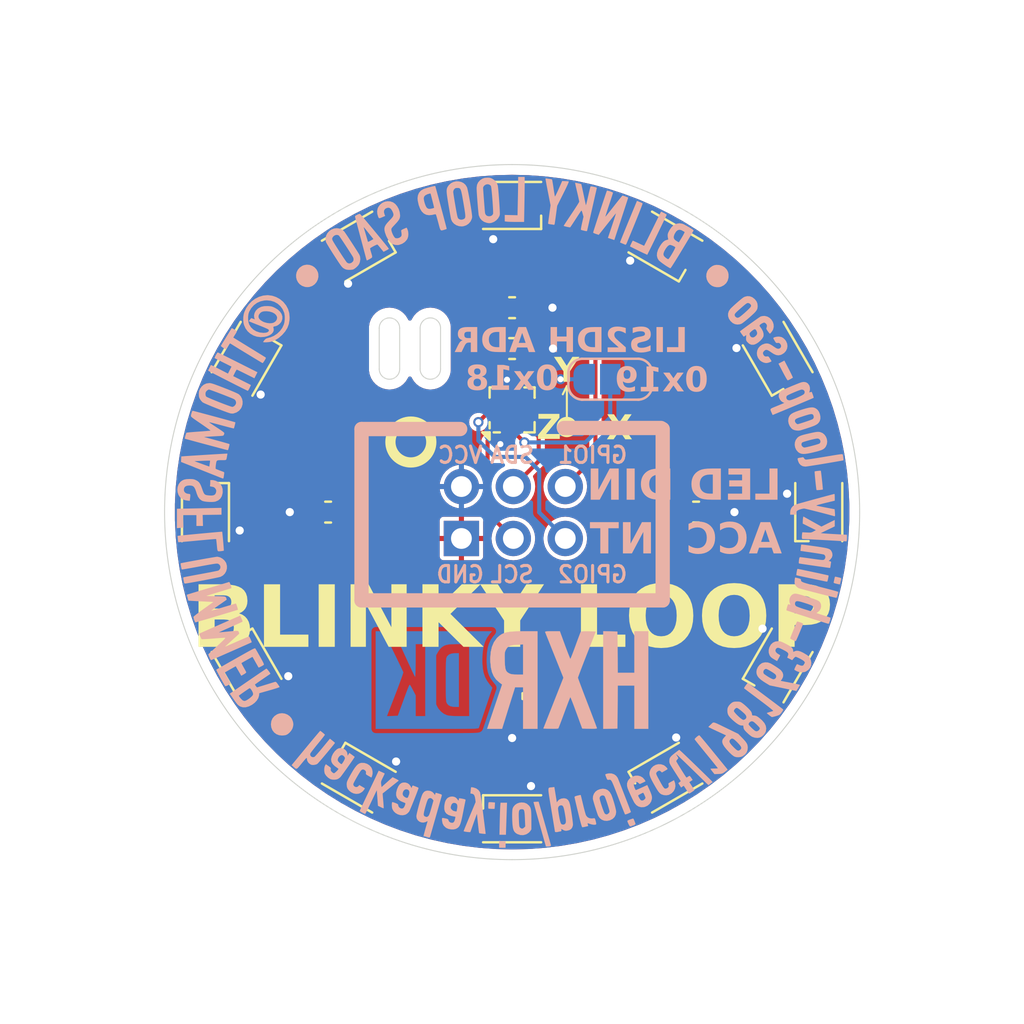
<source format=kicad_pcb>
(kicad_pcb (version 20240819) (generator "pcbnew") (generator_version "8.99")
  (title_block (title "BlinkyLoop SAO") (date "2024-09-15") (rev "1.0") (company "HXR.DK"))
  (layers (0 "F.Cu" signal) (2 "B.Cu" signal) (13 "F.Paste" user) (15 "B.Paste" user) (5 "F.SilkS" user "F.Silkscreen") (7 "B.SilkS" user "B.Silkscreen") (1 "F.Mask" user) (3 "B.Mask" user) (25 "Edge.Cuts" user))
  (net 0 "")
  (net 1 "GND")
  (net 2 "VCC")
  (net 3 "LED_CONTROL")
  (net 4 "Net-(D1-DOUT)")
  (net 5 "Net-(D2-DOUT)")
  (net 6 "Net-(D3-DOUT)")
  (net 7 "Net-(D4-DOUT)")
  (net 8 "Net-(D5-DOUT)")
  (net 9 "Net-(D6-DOUT)")
  (net 10 "Net-(D7-DOUT)")
  (net 11 "Net-(D8-DOUT)")
  (net 12 "Net-(D10-DIN)")
  (net 13 "Net-(D10-DOUT)")
  (net 14 "Net-(D11-DOUT)")
  (net 15 "/12 WS2812/DOUT")
  (net 16 "SCL")
  (net 17 "ACC_INT")
  (net 18 "SDA")
  (net 19 "/LIS2DH/INT2")
  (net 20 "Net-(JP1-C)")
  (footprint "LED_SMD:LED_WS2812B-2020_PLCC4_2.0x2.0mm" (layer "F.Cu") (at 87.01 92.5 -120)
    (property "Reference" "D10")
    (property "Value" "WS2812B-2020" (hide yes))
    (pad "1" smd rect (at -0.914999 -0.549999 240) (size 0.7 0.7) (layers "F.Cu" "F.Mask" "F.Paste") (net 13 "Net-(D10-DOUT)"))
    (pad "2" smd rect (at -0.915002 0.550001 240) (size 0.7 0.7) (layers "F.Cu" "F.Mask" "F.Paste") (net 1 "GND"))
    (pad "3" smd rect (at 0.914999 0.549999 240) (size 0.7 0.7) (layers "F.Cu" "F.Mask" "F.Paste") (net 12 "Net-(D10-DIN)"))
    (pad "4" smd rect (at 0.915002 -0.550001 240) (size 0.7 0.7) (layers "F.Cu" "F.Mask" "F.Paste") (net 2 "VCC"))
  )
  (footprint "LED_SMD:LED_WS2812B-2020_PLCC4_2.0x2.0mm" (layer "F.Cu") (at 100 85 180)
    (property "Reference" "D12")
    (property "Value" "WS2812B-2020" (hide yes))
    (pad "1" smd rect (at -0.915 -0.55 180) (size 0.7 0.7) (layers "F.Cu" "F.Mask" "F.Paste") (net 15 "/12 WS2812/DOUT"))
    (pad "2" smd rect (at -0.915 0.55 180) (size 0.7 0.7) (layers "F.Cu" "F.Mask" "F.Paste") (net 1 "GND"))
    (pad "3" smd rect (at 0.915 0.55 180) (size 0.7 0.7) (layers "F.Cu" "F.Mask" "F.Paste") (net 14 "Net-(D11-DOUT)"))
    (pad "4" smd rect (at 0.915 -0.55 180) (size 0.7 0.7) (layers "F.Cu" "F.Mask" "F.Paste") (net 2 "VCC"))
  )
  (footprint "Capacitor_SMD:C_0603_1608Metric" (layer "F.Cu") (at 100 90 180)
    (property "Reference" "C1")
    (property "Value" "10uF")
    (pad "1" smd roundrect (at -0.775001 0 180) (size 0.9 0.95) (layers "F.Cu" "F.Mask" "F.Paste") (net 2 "VCC"))
    (pad "2" smd roundrect (at 0.775001 0 180) (size 0.9 0.95) (layers "F.Cu" "F.Mask" "F.Paste") (net 1 "GND"))
  )
  (footprint "Capacitor_SMD:C_0603_1608Metric" (layer "F.Cu") (at 91 100)
    (property "Reference" "C5")
    (property "Value" "100nF")
    (pad "1" smd roundrect (at -0.775 0) (size 0.9 0.95) (layers "F.Cu" "F.Mask" "F.Paste") (net 2 "VCC"))
    (pad "2" smd roundrect (at 0.775 0) (size 0.9 0.95) (layers "F.Cu" "F.Mask" "F.Paste") (net 1 "GND"))
  )
  (footprint "Capacitor_SMD:C_0603_1608Metric" (layer "F.Cu") (at 100 92 180)
    (property "Reference" "C2")
    (property "Value" "100nF")
    (pad "1" smd roundrect (at -0.775001 0 180) (size 0.9 0.95) (layers "F.Cu" "F.Mask" "F.Paste") (net 2 "VCC"))
    (pad "2" smd roundrect (at 0.775001 0 180) (size 0.9 0.95) (layers "F.Cu" "F.Mask" "F.Paste") (net 1 "GND"))
  )
  (footprint "LED_SMD:LED_WS2812B-2020_PLCC4_2.0x2.0mm" (layer "F.Cu") (at 100 115)
    (property "Reference" "D6")
    (property "Value" "WS2812B-2020" (hide yes))
    (pad "1" smd rect (at -0.915 -0.55) (size 0.7 0.7) (layers "F.Cu" "F.Mask" "F.Paste") (net 9 "Net-(D6-DOUT)"))
    (pad "2" smd rect (at -0.915 0.55) (size 0.7 0.7) (layers "F.Cu" "F.Mask" "F.Paste") (net 1 "GND"))
    (pad "3" smd rect (at 0.915 0.55) (size 0.7 0.7) (layers "F.Cu" "F.Mask" "F.Paste") (net 8 "Net-(D5-DOUT)"))
    (pad "4" smd rect (at 0.915 -0.55) (size 0.7 0.7) (layers "F.Cu" "F.Mask" "F.Paste") (net 2 "VCC"))
  )
  (footprint "LED_SMD:LED_WS2812B-2020_PLCC4_2.0x2.0mm" (layer "F.Cu") (at 112.99 107.5 60)
    (property "Reference" "D4")
    (property "Value" "WS2812B-2020" (hide yes))
    (pad "1" smd rect (at -0.915 -0.550001 60) (size 0.7 0.7) (layers "F.Cu" "F.Mask" "F.Paste") (net 7 "Net-(D4-DOUT)"))
    (pad "2" smd rect (at -0.915 0.55 60) (size 0.7 0.7) (layers "F.Cu" "F.Mask" "F.Paste") (net 1 "GND"))
    (pad "3" smd rect (at 0.915 0.550001 60) (size 0.7 0.7) (layers "F.Cu" "F.Mask" "F.Paste") (net 6 "Net-(D3-DOUT)"))
    (pad "4" smd rect (at 0.915 -0.55 60) (size 0.7 0.7) (layers "F.Cu" "F.Mask" "F.Paste") (net 2 "VCC"))
  )
  (footprint "LED_SMD:LED_WS2812B-2020_PLCC4_2.0x2.0mm" (layer "F.Cu") (at 112.99 92.5 120)
    (property "Reference" "D2")
    (property "Value" "WS2812B-2020" (hide yes))
    (pad "1" smd rect (at -0.915002 -0.550001 120) (size 0.7 0.7) (layers "F.Cu" "F.Mask" "F.Paste") (net 5 "Net-(D2-DOUT)"))
    (pad "2" smd rect (at -0.914999 0.549999 120) (size 0.7 0.7) (layers "F.Cu" "F.Mask" "F.Paste") (net 1 "GND"))
    (pad "3" smd rect (at 0.915002 0.550001 120) (size 0.7 0.7) (layers "F.Cu" "F.Mask" "F.Paste") (net 4 "Net-(D1-DOUT)"))
    (pad "4" smd rect (at 0.914999 -0.549999 120) (size 0.7 0.7) (layers "F.Cu" "F.Mask" "F.Paste") (net 2 "VCC"))
  )
  (footprint "LED_SMD:LED_WS2812B-2020_PLCC4_2.0x2.0mm" (layer "F.Cu") (at 115 100 90)
    (property "Reference" "D3")
    (property "Value" "WS2812B-2020" (hide yes))
    (pad "1" smd rect (at -0.915 -0.55 90) (size 0.7 0.7) (layers "F.Cu" "F.Mask" "F.Paste") (net 6 "Net-(D3-DOUT)"))
    (pad "2" smd rect (at -0.915 0.55 90) (size 0.7 0.7) (layers "F.Cu" "F.Mask" "F.Paste") (net 1 "GND"))
    (pad "3" smd rect (at 0.915 0.55 90) (size 0.7 0.7) (layers "F.Cu" "F.Mask" "F.Paste") (net 5 "Net-(D2-DOUT)"))
    (pad "4" smd rect (at 0.915 -0.55 90) (size 0.7 0.7) (layers "F.Cu" "F.Mask" "F.Paste") (net 2 "VCC"))
  )
  (footprint "badgelife_sao_v169bis:Badgelife-SAOv169-SAO-2x3" (layer "F.Cu") (at 100 100)
    (property "Reference" "X1" (hide yes))
    (property "Value" "Badgelife_sao_connector_v169bis" (hide yes))
    (fp_text user "GPIO2" (at 3.937 3.048 0) (layer "B.SilkS") (effects (font (size 0.8 0.75)) (justify mirror)))
    (fp_text user "SDA" (at 0 -2.794 0) (layer "B.SilkS") (effects (font (size 0.8 0.75)) (justify mirror)))
    (fp_text user "VCC" (at -2.54 -2.794 0) (layer "B.SilkS") (effects (font (size 0.8 0.75)) (justify mirror)))
    (fp_text user "SCL" (at 0 3.048 0) (layer "B.SilkS") (effects (font (size 0.8 0.75)) (justify mirror)))
    (fp_text user "GND" (at -2.54 3.048 0) (layer "B.SilkS") (effects (font (size 0.8 0.75)) (justify mirror)))
    (fp_text user "GPIO1" (at 3.937 -2.794 0) (layer "B.SilkS") (effects (font (size 0.8 0.75)) (justify mirror)))
    (pad "1" thru_hole oval (at -2.48 -1.25 270) (size 1.7272 1.7272) (drill 1.016) (layers "*.Cu" "*.Mask") (net 2 "VCC"))
    (pad "2" thru_hole rect (at -2.48 1.29 270) (size 1.7272 1.7272) (drill 1.016) (layers "*.Cu" "*.Mask") (net 1 "GND"))
    (pad "3" thru_hole oval (at 0.06 -1.25 270) (size 1.7272 1.7272) (drill 1.016) (layers "*.Cu" "*.Mask") (net 18 "SDA"))
    (pad "4" thru_hole oval (at 0.06 1.29 270) (size 1.7272 1.7272) (drill 1.016) (layers "*.Cu" "*.Mask") (net 16 "SCL"))
    (pad "5" thru_hole circle (at 2.6 -1.25 270) (size 1.7272 1.7272) (drill 1.016) (layers "*.Cu" "*.Mask") (net 3 "LED_CONTROL"))
    (pad "6" thru_hole circle (at 2.6 1.29 270) (size 1.7272 1.7272) (drill 1.016) (layers "*.Cu" "*.Mask") (net 17 "ACC_INT"))
  )
  (footprint "LED_SMD:LED_WS2812B-2020_PLCC4_2.0x2.0mm" (layer "F.Cu") (at 107.5 112.99 30)
    (property "Reference" "D5")
    (property "Value" "WS2812B-2020" (hide yes))
    (pad "1" smd rect (at -0.915001 -0.55 30) (size 0.7 0.7) (layers "F.Cu" "F.Mask" "F.Paste") (net 8 "Net-(D5-DOUT)"))
    (pad "2" smd rect (at -0.915 0.55 30) (size 0.7 0.7) (layers "F.Cu" "F.Mask" "F.Paste") (net 1 "GND"))
    (pad "3" smd rect (at 0.915001 0.55 30) (size 0.7 0.7) (layers "F.Cu" "F.Mask" "F.Paste") (net 7 "Net-(D4-DOUT)"))
    (pad "4" smd rect (at 0.915 -0.55 30) (size 0.7 0.7) (layers "F.Cu" "F.Mask" "F.Paste") (net 2 "VCC"))
  )
  (footprint "Capacitor_SMD:C_0603_1608Metric" (layer "F.Cu") (at 109 100 180)
    (property "Reference" "C3")
    (property "Value" "100nF")
    (pad "1" smd roundrect (at -0.775001 0 180) (size 0.9 0.95) (layers "F.Cu" "F.Mask" "F.Paste") (net 2 "VCC"))
    (pad "2" smd roundrect (at 0.775001 0 180) (size 0.9 0.95) (layers "F.Cu" "F.Mask" "F.Paste") (net 1 "GND"))
  )
  (footprint "LED_SMD:LED_WS2812B-2020_PLCC4_2.0x2.0mm" (layer "F.Cu") (at 87.01 107.5 -60)
    (property "Reference" "D8")
    (property "Value" "WS2812B-2020" (hide yes))
    (pad "1" smd rect (at -0.915 -0.55 300) (size 0.7 0.7) (layers "F.Cu" "F.Mask" "F.Paste") (net 11 "Net-(D8-DOUT)"))
    (pad "2" smd rect (at -0.914999 0.550001 300) (size 0.7 0.7) (layers "F.Cu" "F.Mask" "F.Paste") (net 1 "GND"))
    (pad "3" smd rect (at 0.915 0.55 300) (size 0.7 0.7) (layers "F.Cu" "F.Mask" "F.Paste") (net 10 "Net-(D7-DOUT)"))
    (pad "4" smd rect (at 0.914999 -0.550001 300) (size 0.7 0.7) (layers "F.Cu" "F.Mask" "F.Paste") (net 2 "VCC"))
  )
  (footprint "LED_SMD:LED_WS2812B-2020_PLCC4_2.0x2.0mm" (layer "F.Cu") (at 92.5 112.99 -30)
    (property "Reference" "D7")
    (property "Value" "WS2812B-2020" (hide yes))
    (pad "1" smd rect (at -0.915 -0.55 330) (size 0.7 0.7) (layers "F.Cu" "F.Mask" "F.Paste") (net 10 "Net-(D7-DOUT)"))
    (pad "2" smd rect (at -0.915001 0.55 330) (size 0.7 0.7) (layers "F.Cu" "F.Mask" "F.Paste") (net 1 "GND"))
    (pad "3" smd rect (at 0.915 0.55 330) (size 0.7 0.7) (layers "F.Cu" "F.Mask" "F.Paste") (net 9 "Net-(D6-DOUT)"))
    (pad "4" smd rect (at 0.915001 -0.55 330) (size 0.7 0.7) (layers "F.Cu" "F.Mask" "F.Paste") (net 2 "VCC"))
  )
  (footprint "Capacitor_SMD:C_0603_1608Metric" (layer "F.Cu") (at 100 109 90)
    (property "Reference" "C4")
    (property "Value" "100nF")
    (pad "1" smd roundrect (at -0.775001 0 90) (size 0.9 0.95) (layers "F.Cu" "F.Mask" "F.Paste") (net 2 "VCC"))
    (pad "2" smd roundrect (at 0.775001 0 90) (size 0.9 0.95) (layers "F.Cu" "F.Mask" "F.Paste") (net 1 "GND"))
  )
  (footprint "LED_SMD:LED_WS2812B-2020_PLCC4_2.0x2.0mm" (layer "F.Cu") (at 107.5 87.01 150)
    (property "Reference" "D1")
    (property "Value" "WS2812B-2020" (hide yes))
    (pad "1" smd rect (at -0.915001 -0.550001 150) (size 0.7 0.7) (layers "F.Cu" "F.Mask" "F.Paste") (net 4 "Net-(D1-DOUT)"))
    (pad "2" smd rect (at -0.914998 0.549999 150) (size 0.7 0.7) (layers "F.Cu" "F.Mask" "F.Paste") (net 1 "GND"))
    (pad "3" smd rect (at 0.915001 0.550001 150) (size 0.7 0.7) (layers "F.Cu" "F.Mask" "F.Paste") (net 3 "LED_CONTROL"))
    (pad "4" smd rect (at 0.914998 -0.549999 150) (size 0.7 0.7) (layers "F.Cu" "F.Mask" "F.Paste") (net 2 "VCC"))
  )
  (footprint "Package_LGA:LGA-12_2x2mm_P0.5mm" (layer "F.Cu") (at 100 95 90)
    (property "Reference" "U1")
    (property "Value" "LIS2Dx12")
    (pad "1" smd rect (at -0.762501 -0.750001 90) (size 0.375 0.35) (layers "F.Cu" "F.Mask" "F.Paste") (net 16 "SCL"))
    (pad "2" smd rect (at -0.762498 -0.249999 90) (size 0.375 0.35) (layers "F.Cu" "F.Mask" "F.Paste") (net 2 "VCC"))
    (pad "3" smd rect (at -0.7625 0.249999 90) (size 0.375 0.35) (layers "F.Cu" "F.Mask" "F.Paste") (net 20 "Net-(JP1-C)"))
    (pad "4" smd rect (at -0.762499 0.750001 90) (size 0.375 0.35) (layers "F.Cu" "F.Mask" "F.Paste") (net 18 "SDA"))
    (pad "5" smd rect (at -0.249999 0.762498 180) (size 0.375 0.35) (layers "F.Cu" "F.Mask" "F.Paste") (net 1 "GND"))
    (pad "6" smd rect (at 0.249999 0.7625 180) (size 0.375 0.35) (layers "F.Cu" "F.Mask" "F.Paste") (net 1 "GND"))
    (pad "7" smd rect (at 0.762501 0.750001 90) (size 0.375 0.35) (layers "F.Cu" "F.Mask" "F.Paste") (net 1 "GND"))
    (pad "8" smd rect (at 0.762498 0.249999 90) (size 0.375 0.35) (layers "F.Cu" "F.Mask" "F.Paste") (net 1 "GND"))
    (pad "9" smd rect (at 0.7625 -0.249999 90) (size 0.375 0.35) (layers "F.Cu" "F.Mask" "F.Paste") (net 2 "VCC"))
    (pad "10" smd rect (at 0.762499 -0.750001 90) (size 0.375 0.35) (layers "F.Cu" "F.Mask" "F.Paste") (net 2 "VCC"))
    (pad "11" smd rect (at 0.249999 -0.762498 180) (size 0.375 0.35) (layers "F.Cu" "F.Mask" "F.Paste") (net 19 "/LIS2DH/INT2"))
    (pad "12" smd rect (at -0.249999 -0.7625 180) (size 0.375 0.35) (layers "F.Cu" "F.Mask" "F.Paste") (net 17 "ACC_INT"))
  )
  (footprint "LED_SMD:LED_WS2812B-2020_PLCC4_2.0x2.0mm" (layer "F.Cu") (at 85 100 -90)
    (property "Reference" "D9")
    (property "Value" "WS2812B-2020" (hide yes))
    (pad "1" smd rect (at -0.915 -0.55 270) (size 0.7 0.7) (layers "F.Cu" "F.Mask" "F.Paste") (net 12 "Net-(D10-DIN)"))
    (pad "2" smd rect (at -0.915 0.55 270) (size 0.7 0.7) (layers "F.Cu" "F.Mask" "F.Paste") (net 1 "GND"))
    (pad "3" smd rect (at 0.915 0.55 270) (size 0.7 0.7) (layers "F.Cu" "F.Mask" "F.Paste") (net 11 "Net-(D8-DOUT)"))
    (pad "4" smd rect (at 0.915 -0.55 270) (size 0.7 0.7) (layers "F.Cu" "F.Mask" "F.Paste") (net 2 "VCC"))
  )
  (footprint "LED_SMD:LED_WS2812B-2020_PLCC4_2.0x2.0mm" (layer "F.Cu") (at 92.5 87.01 -150)
    (property "Reference" "D11")
    (property "Value" "WS2812B-2020" (hide yes))
    (pad "1" smd rect (at -0.914999 -0.549999 210) (size 0.7 0.7) (layers "F.Cu" "F.Mask" "F.Paste") (net 14 "Net-(D11-DOUT)"))
    (pad "2" smd rect (at -0.914998 0.550001 210) (size 0.7 0.7) (layers "F.Cu" "F.Mask" "F.Paste") (net 1 "GND"))
    (pad "3" smd rect (at 0.914999 0.549999 210) (size 0.7 0.7) (layers "F.Cu" "F.Mask" "F.Paste") (net 13 "Net-(D10-DOUT)"))
    (pad "4" smd rect (at 0.914998 -0.550001 210) (size 0.7 0.7) (layers "F.Cu" "F.Mask" "F.Paste") (net 2 "VCC"))
  )
  (footprint "LOGO" (layer "B.Cu") (at 100 100 180)
    (property "Reference" "G***" (hide yes))
    (property "Value" "LOGO" (hide yes))
  )
  (footprint "Jumper:SolderJumper-3_P1.3mm_Bridged12_RoundedPad1.0x1.5mm_NumberLabels" (layer "B.Cu") (at 104.8 93.5 180)
    (property "Reference" "JP1" (hide yes))
    (property "Value" "SolderJumper_3_Bridged12")
    (fp_poly (pts (xy -0.9 0.3) (xy -0.4 0.3) (xy -0.4 -0.3) (xy -0.9 -0.3)) (fill solid) (layer "B.Cu"))
    (pad "1" smd custom (at -1.3 0 180) (size 1 0.5) (layers "B.Cu" "B.Mask") (net 2 "VCC") (options (clearance outline) (anchor rect)) (primitives (gr_poly (pts (xy 0.55 -0.75) (xy 0 -0.75) (xy 0 0.75) (xy 0.55 0.75)) (width 0) (fill yes)) (gr_circle (center 0 -0.25) (end 0.5 -0.25) (width 0) (fill yes)) (gr_circle (center 0 0.25) (end 0.5 0.25) (width 0) (fill yes))))
    (pad "2" smd rect (at 0 0 180) (size 1 1.5) (layers "B.Cu" "B.Mask") (net 20 "Net-(JP1-C)"))
    (pad "3" smd custom (at 1.3 0 180) (size 1 0.5) (layers "B.Cu" "B.Mask") (net 1 "GND") (options (clearance outline) (anchor rect)) (primitives (gr_circle (center 0 -0.25) (end 0.5 -0.25) (width 0) (fill yes)) (gr_circle (center 0 0.25) (end 0.5 0.25) (width 0) (fill yes)) (gr_poly (pts (xy 0 -0.75) (xy -0.55 -0.75) (xy -0.55 0.75) (xy 0 0.75)) (width 0) (fill yes))))
  )
  (footprint "Aesthetics:HXR_logo_small" (layer "B.Cu") (at 100 108.199999 180)
    (property "Reference" "G***" (hide yes))
    (property "Value" "LOGO" (hide yes))
    (fp_poly (pts (xy 2.949585 1.280696) (xy 3.079377 1.233957) (xy 3.168702 1.154159) (xy 3.189136 1.121765) (xy 3.202509 1.09346) (xy 3.213349 1.058634) (xy 3.221917 1.011454) (xy 3.228477 0.946087) (xy 3.233291 0.856697) (xy 3.236623 0.737451) (xy 3.238734 0.582516) (xy 3.239888 0.386057) (xy 3.240348 0.142241) (xy 3.2404 -0.016402) (xy 3.24028 -0.287395) (xy 3.239724 -0.507829) (xy 3.238433 -0.683586) (xy 3.236109 -0.820553) (xy 3.232455 -0.924613) (xy 3.227172 -1.001651) (xy 3.219964 -1.057551) (xy 3.210532 -1.098198) (xy 3.198579 -1.129475) (xy 3.183807 -1.157268) (xy 3.182562 -1.159402) (xy 3.11173 -1.242548) (xy 3.009897 -1.295803) (xy 2.868782 -1.322513) (xy 2.767677 -1.327143) (xy 2.6054 -1.328736) (xy 2.6054 1.295931) (xy 2.775639 1.295931) (xy 2.949585 1.280696)) (stroke (width 0.01)) (fill solid) (layer "B.Cu"))
    (fp_poly (pts (xy 6.6694 -2.40118) (xy 4.160641 -2.40118) (xy 3.726404 -2.401132) (xy 3.345147 -2.400943) (xy 3.013403 -2.400546) (xy 2.727708 -2.399873) (xy 2.484597 -2.398855) (xy 2.280604 -2.397426) (xy 2.112264 -2.395518) (xy 1.976112 -2.393063) (xy 1.868683 -2.389993) (xy 1.786511 -2.386241) (xy 1.726131 -2.381739) (xy 1.684079 -2.376419) (xy 1.656888 -2.370214) (xy 1.641094 -2.363057) (xy 1.633232 -2.354878) (xy 1.631725 -2.351791) (xy 1.618298 -2.314294) (xy 1.589111 -2.229697) (xy 1.546341 -2.104415) (xy 1.492169 -1.944867) (xy 1.428773 -1.757468) (xy 1.358333 -1.548636) (xy 1.290597 -1.347314) (xy 0.969627 -0.392225) (xy 1.100376 -0.232536) (xy 1.229753 -0.053944) (xy 1.327035 0.131045) (xy 1.395285 0.332831) (xy 1.437565 0.561815) (xy 1.456936 0.828398) (xy 1.458971 0.985487) (xy 1.444884 1.313368) (xy 1.40363 1.596987) (xy 1.3606 1.747487) (xy 2.0974 1.747487) (xy 2.0974 -1.780291) (xy 2.572055 -1.780291) (xy 2.78923 -1.778126) (xy 2.957434 -1.771295) (xy 3.08399 -1.759299) (xy 3.176217 -1.741636) (xy 3.188822 -1.738089) (xy 3.340672 -1.668108) (xy 3.484588 -1.557166) (xy 3.603526 -1.420003) (xy 3.653299 -1.336366) (xy 3.720177 -1.201736) (xy 3.720177 1.197153) (xy 3.63646 1.348299) (xy 3.572474 1.447124) (xy 3.498429 1.537961) (xy 3.454596 1.580345) (xy 3.379447 1.636131) (xy 3.301223 1.678261) (xy 3.21068 1.708546) (xy 3.098572 1.728794) (xy 2.955655 1.740813) (xy 2.772687 1.746412) (xy 2.600372 1.747487) (xy 4.242289 1.747487) (xy 4.242289 -1.780291) (xy 4.722066 -1.780291) (xy 4.722066 -0.758799) (xy 4.836129 -0.539556) (xy 4.892355 -0.433732) (xy 4.942792 -0.342777) (xy 4.978981 -0.281816) (xy 4.986587 -0.27054) (xy 4.995669 -0.258813) (xy 5.004674 -0.253113) (xy 5.015402 -0.257779) (xy 5.029651 -0.27715) (xy 5.049222 -0.315566) (xy 5.075913 -0.377366) (xy 5.111524 -0.46689) (xy 5.157854 -0.588475) (xy 5.216703 -0.746463) (xy 5.289871 -0.945191) (xy 5.379155 -1.189) (xy 5.466355 -1.427513) (xy 5.590156 -1.76618) (xy 6.127266 -1.782264) (xy 5.72 -0.73) (xy 5.631145 -0.498648) (xy 5.549565 -0.2828) (xy 5.477376 -0.088314) (xy 5.416692 0.078952) (xy 5.369631 0.213141) (xy 5.338307 0.308395) (xy 5.324837 0.358856) (xy 5.324645 0.364598) (xy 5.339805 0.400522) (xy 5.376392 0.479971) (xy 5.431005 0.59578) (xy 5.500242 0.740784) (xy 5.580703 0.907816) (xy 5.662897 1.077209) (xy 5.989237 1.747487) (xy 5.493735 1.747487) (xy 5.131844 0.956286) (xy 5.041357 0.759631) (xy 4.957602 0.579846) (xy 4.883622 0.423293) (xy 4.822464 0.296334) (xy 4.777173 0.205328) (xy 4.750792 0.156637) (xy 4.74601 0.150287) (xy 4.739881 0.173434) (xy 4.734331 0.246127) (xy 4.72957 0.361467) (xy 4.725807 0.512557) (xy 4.72325 0.692497) (xy 4.722107 0.894391) (xy 4.722066 0.941488) (xy 4.722066 1.747487) (xy 4.242289 1.747487) (xy 2.600372 1.747487) (xy 2.0974 1.747487) (xy 1.3606 1.747487) (xy 1.333437 1.84249) (xy 1.232536 2.056021) (xy 1.099155 2.243726) (xy 1.09514 2.248431) (xy 0.992335 2.368375) (xy 6.6694 2.368375) (xy 6.6694 -2.40118)) (stroke (width 0.01)) (fill solid) (layer "B.Cu"))
  )
  (gr_line (start 104.477788 96.036811) (end 104.877787 95.836809) (stroke (width 0.1)) (layer "F.SilkS"))
  (gr_line (start 102.477788 94.236809) (end 102.677788 93.836809) (stroke (width 0.1)) (layer "F.SilkS"))
  (gr_line (start 102.677788 93.836809) (end 102.877788 94.23681) (stroke (width 0.1)) (layer "F.SilkS"))
  (gr_line (start 104.477786 95.636812) (end 104.877787 95.836809) (stroke (width 0.1)) (layer "F.SilkS"))
  (gr_line (start 102.677787 95.389597) (end 102.677788 93.836809) (stroke (width 0.1)) (layer "F.SilkS"))
  (gr_circle (center 102.677787 95.836809) (end 102.677788 96.284025) (stroke (width 0.1)) (fill solid) (layer "F.SilkS"))
  (gr_line (start 103.125 95.83681) (end 104.877787 95.836809) (stroke (width 0.1)) (layer "F.SilkS"))
  (gr_arc (start 94.5 93.000004) (mid 93.999998 93.500002) (end 93.5 93) (stroke (width 0.05)) (layer "Edge.Cuts"))
  (gr_line (start 96.5 91.000002) (end 96.5 93.000002) (stroke (width 0.05)) (layer "Edge.Cuts"))
  (gr_arc (start 100 83) (mid 117 100) (end 100 117) (stroke (width 0.05)) (layer "Edge.Cuts"))
  (gr_arc (start 96.5 93.000002) (mid 95.999998 93.5) (end 95.5 92.999998) (stroke (width 0.05)) (layer "Edge.Cuts"))
  (gr_arc (start 100 117) (mid 83 100) (end 100 83) (stroke (width 0.05)) (layer "Edge.Cuts"))
  (gr_arc (start 95.5 90.999998) (mid 96.000002 90.5) (end 96.5 91.000002) (stroke (width 0.05)) (layer "Edge.Cuts"))
  (gr_arc (start 93.5 91) (mid 94.000002 90.500002) (end 94.5 91.000004) (stroke (width 0.05)) (layer "Edge.Cuts"))
  (gr_line (start 94.5 91.000004) (end 94.5 93.000004) (stroke (width 0.05)) (layer "Edge.Cuts"))
  (gr_line (start 95.5 92.999998) (end 95.5 90.999998) (stroke (width 0.05)) (layer "Edge.Cuts"))
  (gr_line (start 93.5 93) (end 93.5 91) (stroke (width 0.05)) (layer "Edge.Cuts"))
  (gr_text "Y" (at 102.67 93.13 0) (layer "F.SilkS") (effects (font (size 1.2 1.2) (thickness 0.2) (bold yes))))
  (gr_text "X" (at 105.25 95.94 0) (layer "F.SilkS") (effects (font (size 1.2 1.2) (thickness 0.2) (bold yes))))
  (gr_text "BLINKY LOOP" (at 100 107.1 0) (layer "F.SilkS") (effects (font (size 3 3) (thickness 0.6) (bold yes)) (justify bottom)))
  (gr_text "Z" (at 101.8 95.92 0) (layer "F.SilkS") (effects (font (size 1.2 1.2) (thickness 0.2) (bold yes))))
  (gr_text "0x18" (at 102.3 94.225 0) (layer "B.SilkS") (effects (font (size 1.2 1.2) (thickness 0.2) (bold yes)) (justify left bottom mirror)))
  (gr_text "ACC INT" (at 113.2 102.275 0) (layer "B.SilkS") (effects (font (size 1.5 1.5) (thickness 0.3) (bold yes)) (justify left bottom mirror)))
  (gr_text "LED DIN" (at 113.175 99.65 0) (layer "B.SilkS") (effects (font (size 1.5 1.5) (thickness 0.3) (bold yes)) (justify left bottom mirror)))
  (gr_text "0x19" (at 109.6 94.3 0) (layer "B.SilkS") (effects (font (size 1.2 1.2) (thickness 0.2) (bold yes)) (justify left bottom mirror)))
  (gr_text "LIS2DH ADR" (at 108.6 92.375 0) (layer "B.SilkS") (effects (font (size 1.2 1.2) (thickness 0.3) (bold yes)) (justify left bottom mirror)))
  (via (at 102.37 93.5) (size 0.5) (drill 0.3) (layers "F.Cu" "B.Cu") (net 1))
  (segment (start 103.5 93.5) (end 102.5 93.5) (width 0.2) (layer "B.Cu") (net 1))
  (segment (start 112.971186 106.421186) (end 112.25 105.7) (width 0.5) (layer "F.Cu") (net 2))
  (segment (start 99.085 85.55) (end 99.085 86.64) (width 0.5) (layer "F.Cu") (net 2))
  (segment (start 100 112.475) (end 100.925 113.4) (width 0.5) (layer "F.Cu") (net 2))
  (segment (start 99.249999 94.237501) (end 99.249999 93.660001) (width 0.2) (layer "F.Cu") (net 2))
  (segment (start 113.465 99.085) (end 113.45 99.1) (width 0.5) (layer "F.Cu") (net 2))
  (segment (start 87.575 100) (end 86.675 100.9) (width 0.5) (layer "F.Cu") (net 2))
  (segment (start 100.915 114.45) (end 100.915 113.41) (width 0.5) (layer "F.Cu") (net 2))
  (segment (start 100 111.05) (end 100 112.475) (width 0.5) (layer "F.Cu") (net 2))
  (segment (start 110.982587 91.982587) (end 110.975 91.975) (width 0.5) (layer "F.Cu") (net 2))
  (segment (start 99.75 93.525) (end 100.775001 92.499999) (width 0.25) (layer "F.Cu") (net 2))
  (segment (start 108.017413 111.032587) (end 108.025 111.025) (width 0.5) (layer "F.Cu") (net 2))
  (segment (start 100.775001 92.499999) (end 100.775001 92) (width 0.25) (layer "F.Cu") (net 2))
  (segment (start 99.385 93.525) (end 99.75 93.525) (width 0.2) (layer "F.Cu") (net 2))
  (segment (start 89.042412 108.017412) (end 89.05 108.025) (width 0.5) (layer "F.Cu") (net 2))
  (segment (start 112.55 100) (end 113.45 99.1) (width 0.5) (layer "F.Cu") (net 2))
  (segment (start 112.971186 106.432587) (end 112.971186 106.421186) (width 0.5) (layer "F.Cu") (net 2))
  (segment (start 87.028814 93.567415) (end 87.028814 93.578814) (width 0.5) (layer "F.Cu") (net 2))
  (segment (start 91.982589 87.943814) (end 91.982589 88.817411) (width 0.5) (layer "F.Cu") (net 2))
  (segment (start 110.875 100) (end 112.55 100) (width 0.5) (layer "F.Cu") (net 2))
  (segment (start 87.028814 93.578814) (end 87.7 94.25) (width 0.5) (layer "F.Cu") (net 2))
  (segment (start 100.775001 92) (end 102 92) (width 0.5) (layer "F.Cu") (net 2))
  (segment (start 99.423909 96.673909) (end 99.750001 96.347817) (width 0.25) (layer "F.Cu") (net 2))
  (segment (start 109.775001 100) (end 110.875 100) (width 0.5) (layer "F.Cu") (net 2))
  (segment (start 99.750001 94.2375) (end 99.750001 93.525001) (width 0.2) (layer "F.Cu") (net 2))
  (segment (start 112.056187 91.982587) (end 110.982587 91.982587) (width 0.5) (layer "F.Cu") (net 2))
  (segment (start 100.915 113.41) (end 100.925 113.4) (width 0.5) (layer "F.Cu") (net 2))
  (segment (start 86.66 100.915) (end 86.675 100.9) (width 0.5) (layer "F.Cu") (net 2))
  (segment (start 106.432589 87.042411) (end 105.775 87.7) (width 0.5) (layer "F.Cu") (net 2))
  (segment (start 100 109.775001) (end 100 111.05) (width 0.5) (layer "F.Cu") (net 2))
  (segment (start 91.982589 88.817411) (end 91.975 88.825) (width 0.5) (layer "F.Cu") (net 2))
  (segment (start 93.567414 112.957586) (end 94.325 112.2) (width 0.5) (layer "F.Cu") (net 2))
  (segment (start 100.775001 90) (end 100.775001 92) (width 0.5) (layer "F.Cu") (net 2))
  (segment (start 93.567414 112.971186) (end 93.567414 112.957586) (width 0.5) (layer "F.Cu") (net 2))
  (segment (start 85.55 100.915) (end 86.66 100.915) (width 0.5) (layer "F.Cu") (net 2))
  (segment (start 100.775001 90) (end 101.975 90) (width 0.5) (layer "F.Cu") (net 2))
  (segment (start 106.432589 87.028814) (end 106.432589 87.042411) (width 0.5) (layer "F.Cu") (net 2))
  (segment (start 99.750001 96.347817) (end 99.750001 95.762498) (width 0.25) (layer "F.Cu") (net 2))
  (segment (start 114.45 99.085) (end 113.465 99.085) (width 0.5) (layer "F.Cu") (net 2))
  (segment (start 108.017413 112.056186) (end 108.017413 111.032587) (width 0.5) (layer "F.Cu") (net 2))
  (segment (start 99.249999 93.660001) (end 99.385 93.525) (width 0.2) (layer "F.Cu") (net 2))
  (segment (start 99.085 86.64) (end 99.075 86.65) (width 0.5) (layer "F.Cu") (net 2))
  (segment (start 99.750001 93.525001) (end 99.75 93.525) (width 0.2) (layer "F.Cu") (net 2))
  (segment (start 87.943814 108.017412) (end 89.042412 108.017412) (width 0.5) (layer "F.Cu") (net 2))
  (segment (start 90.225 100) (end 89.125 100) (width 0.5) (layer "F.Cu") (net 2))
  (segment (start 89.125 100) (end 87.575 100) (width 0.5) (layer "F.Cu") (net 2))
  (via (at 110.975 91.975) (size 0.6) (drill 0.4) (layers "F.Cu" "B.Cu") (net 2))
  (via (at 87.7 94.25) (size 0.6) (drill 0.4) (layers "F.Cu" "B.Cu") (net 2))
  (via (at 113.45 99.1) (size 0.6) (drill 0.4) (layers "F.Cu" "B.Cu") (net 2))
  (via (at 99.075 86.65) (size 0.6) (drill 0.4) (layers "F.Cu" "B.Cu") (net 2))
  (via (at 110.875 100) (size 0.6) (drill 0.4) (layers "F.Cu" "B.Cu") (net 2))
  (via (at 101.975 90) (size 0.6) (drill 0.4) (layers "F.Cu" "B.Cu") (net 2))
  (via (at 99.75 93.525) (size 0.5) (drill 0.3) (layers "F.Cu" "B.Cu") (net 2))
  (via (at 100.925 113.4) (size 0.6) (drill 0.4) (layers "F.Cu" "B.Cu") (net 2))
  (via (at 102 92) (size 0.6) (drill 0.4) (layers "F.Cu" "B.Cu") (net 2))
  (via (at 89.125 100) (size 0.6) (drill 0.4) (layers "F.Cu" "B.Cu") (net 2))
  (via (at 108.025 111.025) (size 0.6) (drill 0.4) (layers "F.Cu" "B.Cu") (net 2))
  (via (at 94.325 112.2) (size 0.6) (drill 0.4) (layers "F.Cu" "B.Cu") (net 2))
  (via (at 86.675 100.9) (size 0.6) (drill 0.4) (layers "F.Cu" "B.Cu") (net 2))
  (via (at 91.975 88.825) (size 0.6) (drill 0.4) (layers "F.Cu" "B.Cu") (net 2))
  (via (at 100 111.05) (size 0.6) (drill 0.4) (layers "F.Cu" "B.Cu") (net 2))
  (via (at 105.775 87.7) (size 0.6) (drill 0.4) (layers "F.Cu" "B.Cu") (net 2))
  (via (at 89.05 108.025) (size 0.6) (drill 0.4) (layers "F.Cu" "B.Cu") (net 2))
  (via (at 112.25 105.7) (size 0.6) (drill 0.4) (layers "F.Cu" "B.Cu") (net 2))
  (via (at 99.423909 96.673909) (size 0.5) (drill 0.3) (layers "F.Cu" "B.Cu") (net 2))
  (segment (start 104.075 97.275) (end 102.6 98.75) (width 0.2) (layer "F.Cu") (net 3))
  (segment (start 105.423815 86.076185) (end 104.075 87.425) (width 0.2) (layer "F.Cu") (net 3))
  (segment (start 104.075 87.425) (end 104.075 97.275) (width 0.2) (layer "F.Cu") (net 3))
  (segment (start 106.982586 86.076185) (end 105.423815 86.076185) (width 0.2) (layer "F.Cu") (net 3))
  (segment (start 113.008814 91.432585) (end 109.520044 87.943815) (width 0.2) (layer "F.Cu") (net 4))
  (segment (start 109.520044 87.943815) (end 108.017414 87.943815) (width 0.2) (layer "F.Cu") (net 4))
  (segment (start 112.971186 95.246186) (end 112.971186 93.567415) (width 0.2) (layer "F.Cu") (net 5))
  (segment (start 115.55 97.825) (end 112.971186 95.246186) (width 0.2) (layer "F.Cu") (net 5))
  (segment (start 115.55 99.085) (end 115.55 97.825) (width 0.2) (layer "F.Cu") (net 5))
  (segment (start 113.923815 106.982587) (end 113.923815 104.176185) (width 0.2) (layer "F.Cu") (net 6))
  (segment (start 114.45 103.65) (end 114.45 100.915) (width 0.2) (layer "F.Cu") (net 6))
  (segment (start 113.923815 104.176185) (end 114.45 103.65) (width 0.2) (layer "F.Cu") (net 6))
  (segment (start 112.056185 109.520043) (end 112.056185 108.017413) (width 0.2) (layer "F.Cu") (net 7))
  (segment (start 108.567414 113.008814) (end 112.056185 109.520043) (width 0.2) (layer "F.Cu") (net 7))
  (segment (start 105.003814 112.971186) (end 106.432586 112.971186) (width 0.2) (layer "F.Cu") (net 8))
  (segment (start 100.915 115.55) (end 102.425 115.55) (width 0.2) (layer "F.Cu") (net 8))
  (segment (start 102.425 115.55) (end 105.003814 112.971186) (width 0.2) (layer "F.Cu") (net 8))
  (segment (start 96.475 114.45) (end 99.085 114.45) (width 0.2) (layer "F.Cu") (net 9))
  (segment (start 95.948814 113.923814) (end 96.475 114.45) (width 0.2) (layer "F.Cu") (net 9))
  (segment (start 93.017413 113.923814) (end 95.948814 113.923814) (width 0.2) (layer "F.Cu") (net 9))
  (segment (start 86.991186 108.567413) (end 90.479959 112.056186) (width 0.2) (layer "F.Cu") (net 10))
  (segment (start 90.479959 112.056186) (end 91.982587 112.056186) (width 0.2) (layer "F.Cu") (net 10))
  (segment (start 84.45 100.915) (end 84.45 102.45) (width 0.2) (layer "F.Cu") (net 11))
  (segment (start 87.028814 105.028814) (end 87.028814 106.432587) (width 0.2) (layer "F.Cu") (net 11))
  (segment (start 84.45 102.45) (end 87.028814 105.028814) (width 0.2) (layer "F.Cu") (net 11))
  (segment (start 85.55 96.525) (end 85.55 99.085) (width 0.2) (layer "F.Cu") (net 12))
  (segment (start 86.076187 93.017413) (end 86.076187 95.998813) (width 0.2) (layer "F.Cu") (net 12))
  (segment (start 86.076187 95.998813) (end 85.55 96.525) (width 0.2) (layer "F.Cu") (net 12))
  (segment (start 91.432588 86.991186) (end 87.943813 90.479961) (width 0.2) (layer "F.Cu") (net 13))
  (segment (start 87.943813 90.479961) (end 87.943813 91.982587) (width 0.2) (layer "F.Cu") (net 13))
  (segment (start 97.475 84.45) (end 94.896186 87.028814) (width 0.2) (layer "F.Cu") (net 14))
  (segment (start 99.085 84.45) (end 97.475 84.45) (width 0.2) (layer "F.Cu") (net 14))
  (segment (start 94.896186 87.028814) (end 93.567412 87.028814) (width 0.2) (layer "F.Cu") (net 14))
  (segment (start 99.249999 96.070001) (end 98.8 96.52) (width 0.2) (layer "F.Cu") (net 16))
  (segment (start 98.8 96.52) (end 98.8 100.03) (width 0.2) (layer "F.Cu") (net 16))
  (segment (start 98.8 100.03) (end 100.06 101.29) (width 0.2) (layer "F.Cu") (net 16))
  (segment (start 99.249999 95.762501) (end 99.249999 96.070001) (width 0.2) (layer "F.Cu") (net 16))
  (segment (start 99.2375 95.249999) (end 98.700001 95.249999) (width 0.2) (layer "F.Cu") (net 17))
  (segment (start 98.700001 95.249999) (end 98.35 95.6) (width 0.2) (layer "F.Cu") (net 17))
  (via (at 98.35 95.6) (size 0.5) (drill 0.3) (layers "F.Cu" "B.Cu") (net 17))
  (segment (start 99.15 97.3) (end 100.65 97.3) (width 0.2) (layer "B.Cu") (net 17))
  (segment (start 101.325 100.015) (end 102.6 101.29) (width 0.2) (layer "B.Cu") (net 17))
  (segment (start 101.325 97.975) (end 101.325 100.015) (width 0.2) (layer "B.Cu") (net 17))
  (segment (start 100.65 97.3) (end 101.325 97.975) (width 0.2) (layer "B.Cu") (net 17))
  (segment (start 98.35 95.6) (end 98.35 96.5) (width 0.2) (layer "B.Cu") (net 17))
  (segment (start 98.35 96.5) (end 99.15 97.3) (width 0.2) (layer "B.Cu") (net 17))
  (segment (start 100.750001 95.762499) (end 101.3 96.312498) (width 0.2) (layer "F.Cu") (net 18))
  (segment (start 101.3 97.51) (end 100.06 98.75) (width 0.2) (layer "F.Cu") (net 18))
  (segment (start 101.3 96.312498) (end 101.3 97.51) (width 0.2) (layer "F.Cu") (net 18))
  (segment (start 100.249999 96.239999) (end 100.249999 95.7625) (width 0.2) (layer "F.Cu") (net 20))
  (segment (start 100.6 96.59) (end 100.249999 96.239999) (width 0.2) (layer "F.Cu") (net 20))
  (via (at 100.6 96.59) (size 0.5) (drill 0.3) (layers "F.Cu" "B.Cu") (net 20))
  (segment (start 104.8 95.375) (end 104.8 93.5) (width 0.2) (layer "B.Cu") (net 20))
  (segment (start 100.6 96.59) (end 103.585 96.59) (width 0.2) (layer "B.Cu") (net 20))
  (segment (start 103.585 96.59) (end 104.8 95.375) (width 0.2) (layer "B.Cu") (net 20))
  (zone (net 1) (net_name "GND") (layer "F.Cu") (connect_pads (clearance 0.2)) (min_thickness 0.2) (fill yes (thermal_gap 0.2) (thermal_bridge_width 0.25))
    (polygon (pts (xy 83 83) (xy 117 83) (xy 117 117) (xy 83 117)))
  )
  (zone (net 2) (net_name "VCC") (layer "B.Cu") (priority 1) (connect_pads (clearance 0.2)) (min_thickness 0.2) (fill yes (thermal_gap 0.2) (thermal_bridge_width 0.25))
    (polygon (pts (xy 83 83) (xy 117 83) (xy 117 117) (xy 83 117)))
  )
)
</source>
